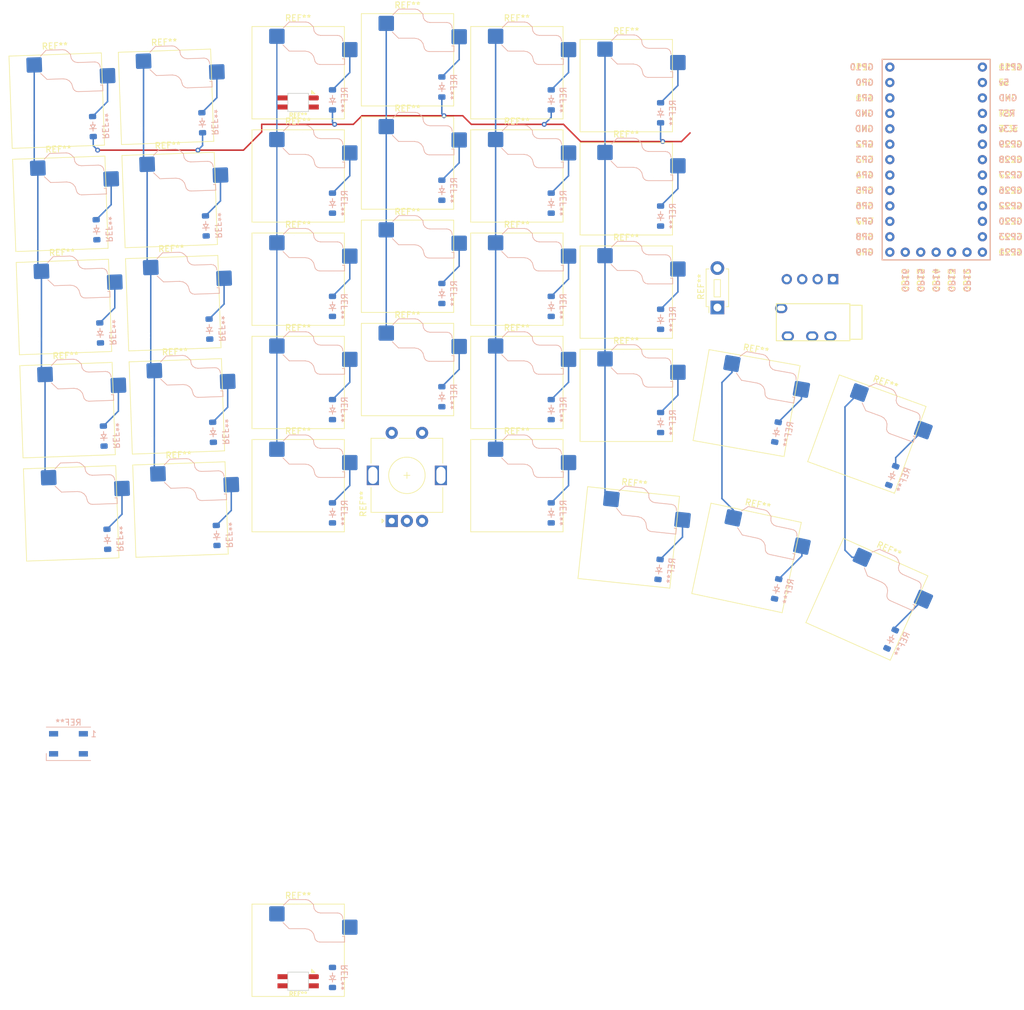
<source format=kicad_pcb>
(kicad_pcb (version 20240108) (generator "pcbnew") (generator_version "8.0")
  (title_block (title "zyno") (rev "v1.0.0") (company "Unknown"))
  (layers (0 "F.Cu" signal) (31 "B.Cu" signal) (34 "B.Paste" user) (35 "F.Paste" user) (36 "B.SilkS" user "B.Silkscreen") (37 "F.SilkS" user "F.Silkscreen") (38 "B.Mask" user) (39 "F.Mask" user) (44 "Edge.Cuts" user))
  (net 0 "")
  (footprint "ScottoKeebs_Hotswap:Hotswap_Choc_V1V2_1.00u" (layer "F.Cu") (at 59.384635 105.925547 2)
    (property "Reference" "REF**")
    (property "Value" "Choc_V1V2_1.00u")
  )
  (footprint "ScottoKeebs_Hotswap:Hotswap_Choc_V1V2_1.00u" (layer "F.Cu") (at 78.75 178.500002)
    (property "Reference" "REF**")
    (property "Value" "Choc_V1V2_1.00u")
  )
  (footprint "ScottoKeebs_Hotswap:Hotswap_Choc_V1V2_1.00u" (layer "F.Cu") (at 78.75 51.000004)
    (property "Reference" "REF**")
    (property "Value" "Choc_V1V2_1.00u")
  )
  (footprint "ScottoKeebs_Hotswap:Hotswap_Choc_V1V2_1.00u" (layer "F.Cu") (at 57.604761 54.956614 2)
    (property "Reference" "REF**")
    (property "Value" "Choc_V1V2_1.00u")
  )
  (footprint "ScottoKeebs_Hotswap:Hotswap_Choc_V1V2_1.00u" (layer "F.Cu") (at 78.75 85.000004)
    (property "Reference" "REF**")
    (property "Value" "Choc_V1V2_1.00u")
  )
  (footprint "ScottoKeebs_Hotswap:Hotswap_Choc_V1V2_1.00u" (layer "F.Cu") (at 114.75 85.000002)
    (property "Reference" "REF**")
    (property "Value" "Choc_V1V2_1.00u")
  )
  (footprint "ScottoKeebs_Components:Button_MJTP1243" (layer "F.Cu") (at 147.75 72.666681 90)
    (property "Reference" "REF**")
    (property "Value" "Button_MJTP1243")
  )
  (footprint "ScottoKeebs_Hotswap:Hotswap_Choc_V1V2_1.00u" (layer "F.Cu") (at 96.75 48.875002)
    (property "Reference" "REF**")
    (property "Value" "Choc_V1V2_1.00u")
  )
  (footprint "ScottoKeebs_Hotswap:Hotswap_Choc_V1V2_1.00u" (layer "F.Cu") (at 57.01147 37.966971 2)
    (property "Reference" "REF**")
    (property "Value" "Choc_V1V2_1.00u")
  )
  (footprint "ScottoKeebs_Components:TRRS_PJ-320A" (layer "F.Cu") (at 169.549998 75.083349 -90)
    (property "Reference" "REF**")
    (property "Value" "TRRS_PJ-320A")
  )
  (footprint "ScottoKeebs_Hotswap:Hotswap_Choc_V1V2_1.00u" (layer "F.Cu") (at 78.75 102.000004)
    (property "Reference" "REF**")
    (property "Value" "Choc_V1V2_1.00u")
  )
  (footprint "ScottoKeebs_Hotswap:Hotswap_Choc_V1V2_1.00u" (layer "F.Cu") (at 132.75 87.125002)
    (property "Reference" "REF**")
    (property "Value" "Choc_V1V2_1.00u")
  )
  (footprint "ScottoKeebs_Hotswap:Hotswap_Choc_V1V2_1.00u" (layer "F.Cu") (at 58.198053 71.94626 2)
    (property "Reference" "REF**")
    (property "Value" "Choc_V1V2_1.00u")
  )
  (footprint "ScottoKeebs_Hotswap:Hotswap_Choc_V1V2_1.00u" (layer "F.Cu") (at 172.35 93.500004 -20)
    (property "Reference" "REF**")
    (property "Value" "Choc_V1V2_1.00u")
  )
  (footprint "ScottoKeebs_Hotswap:Hotswap_Choc_V1V2_1.00u" (layer "F.Cu") (at 78.75 68.000004)
    (property "Reference" "REF**")
    (property "Value" "Choc_V1V2_1.00u")
  )
  (footprint "ScottoKeebs_Hotswap:Hotswap_Choc_V1V2_1.00u" (layer "F.Cu") (at 39.615726 55.584806 2)
    (property "Reference" "REF**")
    (property "Value" "Choc_V1V2_1.00u")
  )
  (footprint "ScottoKeebs_Hotswap:Hotswap_Choc_V1V2_1.00u" (layer "F.Cu") (at 78.75 34.000002)
    (property "Reference" "REF**")
    (property "Value" "Choc_V1V2_1.00u")
  )
  (footprint "ScottoKeebs_MCU:RP2040_Pro_Micro" (layer "F.Cu") (at 183.75 49.583343)
    (property "Reference" "U1" (hide yes))
    (property "Value" "RP2040_Pro_Micro" (hide yes))
  )
  (footprint "ScottoKeebs_Hotswap:Hotswap_Choc_V1V2_1.00u" (layer "F.Cu") (at 96.75 65.875002)
    (property "Reference" "REF**")
    (property "Value" "Choc_V1V2_1.00u")
  )
  (footprint "ScottoKeebs_Hotswap:Hotswap_Choc_V1V2_1.00u" (layer "F.Cu") (at 114.75 34.000002)
    (property "Reference" "REF**")
    (property "Value" "Choc_V1V2_1.00u")
  )
  (footprint "ScottoKeebs_Hotswap:Hotswap_Choc_V1V2_1.00u" (layer "F.Cu") (at 96.75 31.875002)
    (property "Reference" "REF**")
    (property "Value" "Choc_V1V2_1.00u")
  )
  (footprint "ScottoKeebs_Hotswap:Hotswap_Choc_V1V2_1.00u" (layer "F.Cu") (at 132.75 36.125002)
    (property "Reference" "REF**")
    (property "Value" "Choc_V1V2_1.00u")
  )
  (footprint "ScottoKeebs_Hotswap:Hotswap_Choc_V1V2_1.00u" (layer "F.Cu") (at 114.75 68.000002)
    (property "Reference" "REF**")
    (property "Value" "Choc_V1V2_1.00u")
  )
  (footprint "ScottoKeebs_Hotswap:Hotswap_Choc_V1V2_1.00u" (layer "F.Cu") (at 96.75 82.875002)
    (property "Reference" "REF**")
    (property "Value" "Choc_V1V2_1.00u")
  )
  (footprint "ScottoKeebs_Components:OLED_128x32" (layer "F.Cu") (at 156.989998 69.600018 90)
    (property "Reference" "REF**" (hide yes))
    (property "Value" "OLED_128x32")
  )
  (footprint "Rotary_Encoder:RotaryEncoder_Alps_EC11E-Switch_Vertical_H20mm" (layer "F.Cu") (at 94.150002 107.800004 90)
    (property "Reference" "REF**")
    (property "Value" "RotaryEncoder_Alps_EC11E-Switch_Vertical_H20mm")
  )
  (footprint "ScottoKeebs_Hotswap:Hotswap_Choc_V1V2_1.00u" (layer "F.Cu") (at 132.75 53.125002)
    (property "Reference" "REF**")
    (property "Value" "Choc_V1V2_1.00u")
  )
  (footprint "ScottoKeebs_Hotswap:Hotswap_Choc_V1V2_1.00u" (layer "F.Cu") (at 152.55 88.400004 -10)
    (property "Reference" "REF**")
    (property "Value" "Choc_V1V2_1.00u")
  )
  (footprint "ScottoKeebs_Hotswap:Hotswap_Choc_V1V2_1.00u" (layer "F.Cu") (at 40.209018 72.574449 2)
    (property "Reference" "REF**")
    (property "Value" "Choc_V1V2_1.00u")
  )
  (footprint "ScottoKeebs_Hotswap:Hotswap_Choc_V1V2_1.50u_90deg" (layer "F.Cu") (at 152.55 113.900004 -12)
    (property "Reference" "REF**")
    (property "Value" "Choc_V1V2_1.50u_90deg")
  )
  (footprint "ScottoKeebs_Hotswap:Hotswap_Choc_V1V2_1.00u" (layer "F.Cu") (at 41.395601 106.553738 2)
    (property "Reference" "REF**" (hide yes))
    (property "Value" "Choc_V1V2_1.00u")
  )
  (footprint "ScottoKeebs_Hotswap:Hotswap_Choc_V1V2_1.50u_90deg" (layer "F.Cu") (at 172.35 120.700004 -24)
    (property "Reference" "REF**")
    (property "Value" "Choc_V1V2_1.50u_90deg")
  )
  (footprint "ScottoKeebs_Hotswap:Hotswap_Choc_V1V2_1.00u" (layer "F.Cu") (at 58.791344 88.935903 2)
    (property "Reference" "REF**")
    (property "Value" "Choc_V1V2_1.00u")
  )
  (footprint "ScottoKeebs_Hotswap:Hotswap_Choc_V1V2_1.00u" (layer "F.Cu") (at 132.75 70.125002)
    (property "Reference" "REF**")
    (property "Value" "Choc_V1V2_1.00u")
  )
  (footprint "ScottoKeebs_Hotswap:Hotswap_Choc_V1V2_1.50u_90deg" (layer "F.Cu") (at 133.156 110.51994 -6)
    (property "Reference" "REF**")
    (property "Value" "Choc_V1V2_1.50u_90deg")
  )
  (footprint "ScottoKeebs_Hotswap:Hotswap_Choc_V1V2_1.00u" (layer "F.Cu") (at 40.802309 89.564094 2)
    (property "Reference" "REF**")
    (property "Value" "Choc_V1V2_1.00u")
  )
  (footprint "ScottoKeebs_Hotswap:Hotswap_Choc_V1V2_1.00u" (layer "F.Cu") (at 39.022434 38.595162 2)
    (property "Reference" "REF**")
    (property "Value" "Choc_V1V2_1.00u")
  )
  (footprint "ScottoKeebs_Hotswap:Hotswap_Choc_V1V2_1.00u" (layer "F.Cu") (at 114.75 51.000002)
    (property "Reference" "REF**")
    (property "Value" "Choc_V1V2_1.00u")
  )
  (footprint "ScottoKeebs_Hotswap:Hotswap_Choc_V1V2_1.00u" (layer "F.Cu") (at 114.75 102.000002)
    (property "Reference" "REF**")
    (property "Value" "Choc_V1V2_1.00u")
  )
  (footprint "ScottoKeebs_Components:LED_WS2812B" (layer "B.Cu") (at 40.95 144.500004 180)
    (property "Reference" "REF**")
    (property "Value" "LED_WS2812B")
  )
  (footprint "ScottoKeebs_Components:Diode_SOD-123" (layer "B.Cu") (at 65.335512 110.19288 92)
    (property "Reference" "REF**")
    (property "Value" "1N4148W")
  )
  (footprint "ScottoKeebs_Components:Diode_SOD-123" (layer "B.Cu") (at 157.474456 93.180684 80)
    (property "Reference" "REF**")
    (property "Value" "1N4148W")
  )
  (footprint "ScottoKeebs_Components:Diode_SOD-123" (layer "B.Cu") (at 84.4 38.475 90)
    (property "Reference" "REF**")
    (property "Value" "1N4148W")
  )
  (footprint "ScottoKeebs_Components:Diode_SOD-123" (layer "B.Cu") (at 138.400001 91.600007 90)
    (property "Reference" "REF**")
    (property "Value" "1N4148W")
  )
  (footprint "ScottoKeebs_Components:Diode_SOD-123" (layer "B.Cu") (at 176.344745 127.281277 66)
    (property "Reference" "REF**")
    (property "Value" "1N4148W")
  )
  (footprint "ScottoKeebs_Components:Diode_SOD-123" (layer "B.Cu") (at 84.400001 106.475007 90)
    (property "Reference" "REF**")
    (property "Value" "1N4148W")
  )
  (footprint "ScottoKeebs_Components:Diode_SOD-123" (layer "B.Cu") (at 44.97331 42.862488 92)
    (property "Reference" "REF**")
    (property "Value" "1N4148W")
  )
  (footprint "ScottoKeebs_Components:Diode_SOD-123" (layer "B.Cu") (at 102.400001 70.350007 90)
    (property "Reference" "REF**")
    (property "Value" "1N4148W")
  )
  (footprint "ScottoKeebs_Components:Diode_SOD-123" (layer "B.Cu") (at 64.742221 93.203236 92)
    (property "Reference" "REF**")
    (property "Value" "1N4148W")
  )
  (footprint "ScottoKeebs_Components:Diode_SOD-123" (layer "B.Cu") (at 157.5 119.000004 78)
    (property "Reference" "REF**")
    (property "Value" "1N4148W")
  )
  (footprint "ScottoKeebs_Components:Diode_SOD-123" (layer "B.Cu") (at 138.400001 40.600007 90)
    (property "Reference" "REF**")
    (property "Value" "1N4148W")
  )
  (footprint "ScottoKeebs_Components:Diode_SOD-123" (layer "B.Cu") (at 120.400001 89.475007 90)
    (property "Reference" "REF**")
    (property "Value" "1N4148W")
  )
  (footprint "ScottoKeebs_Components:Diode_SOD-123" (layer "B.Cu") (at 120.400001 55.475007 90)
    (property "Reference" "REF**")
    (property "Value" "1N4148W")
  )
  (footprint "ScottoKeebs_Components:Diode_SOD-123" (layer "B.Cu") (at 84.400001 72.475007 90)
    (property "Reference" "REF**")
    (property "Value" "1N4148W")
  )
  (footprint "ScottoKeebs_Components:Diode_SOD-123" (layer "B.Cu") (at 120.400001 106.475007 90)
    (property "Reference" "REF**")
    (property "Value" "1N4148W")
  )
  (footprint "ScottoKeebs_Components:Diode_SOD-123" (layer "B.Cu") (at 62.962345 42.234297 92)
    (property "Reference" "REF**")
    (property "Value" "1N4148W")
  )
  (footprint "ScottoKeebs_Components:LED_SK6812MINI" (layer "B.Cu") (at 78.75 183.600004 180)
    (property "Reference" "REF**")
    (property "Value" "LED_SK6812MINI" (hide yes))
    (fp_line (start 1.7 1.5) (end 1.7 -1.5) (stroke (width 0.12)) (layer "Edge.Cuts"))
    (fp_line (start 1.7 -1.5) (end -1.7 -1.5) (stroke (width 0.12)) (layer "Edge.Cuts"))
    (fp_line (start -1.7 1.5) (end 1.7 1.5) (stroke (width 0.12)) (layer "Edge.Cuts"))
    (fp_line (start -1.7 -1.5) (end -1.7 1.5) (stroke (width 0.12)) (layer "Edge.Cuts"))
  )
  (footprint "ScottoKeebs_Components:Diode_SOD-123" (layer "B.Cu") (at 102.400001 36.350007 90)
    (property "Reference" "REF**")
    (property "Value" "1N4148W")
  )
  (footprint "ScottoKeebs_Components:LED_SK6812MINI" (layer "B.Cu") (at 78.75 38.900004 180)
    (property "Reference" "REF**")
    (property "Value" "LED_SK6812MINI" (hide yes))
    (fp_line (start 1.7 1.5) (end 1.7 -1.5) (stroke (width 0.12)) (layer "Edge.Cuts"))
    (fp_line (start 1.7 -1.5) (end -1.7 -1.5) (stroke (width 0.12)) (layer "Edge.Cuts"))
    (fp_line (start -1.7 1.5) (end 1.7 1.5) (stroke (width 0.12)) (layer "Edge.Cuts"))
    (fp_line (start -1.7 -1.5) (end -1.7 1.5) (stroke (width 0.12)) (layer "Edge.Cuts"))
  )
  (footprint "ScottoKeebs_Components:Diode_SOD-123" (layer "B.Cu") (at 84.400001 55.475007 90)
    (property "Reference" "REF**")
    (property "Value" "1N4148W")
  )
  (footprint "ScottoKeebs_Components:Diode_SOD-123" (layer "B.Cu") (at 45.566603 59.852139 92)
    (property "Reference" "REF**")
    (property "Value" "1N4148W")
  )
  (footprint "ScottoKeebs_Components:Diode_SOD-123" (layer "B.Cu") (at 84.400001 89.475007 90)
    (property "Reference" "REF**")
    (property "Value" "1N4148W")
  )
  (footprint "ScottoKeebs_Components:Diode_SOD-123" (layer "B.Cu") (at 46.159894 76.841783 92)
    (property "Reference" "REF**")
    (property "Value" "1N4148W")
  )
  (footprint "ScottoKeebs_Components:Diode_SOD-123" (layer "B.Cu") (at 176.526898 100.351626 70)
    (property "Reference" "REF**")
    (property "Value" "1N4148W")
  )
  (footprint "ScottoKeebs_Components:Diode_SOD-123" (layer "B.Cu") (at 102.400001 87.350007 90)
    (property "Reference" "REF**")
    (property "Value" "1N4148W")
  )
  (footprint "ScottoKeebs_Components:Diode_SOD-123" (layer "B.Cu") (at 46.753186 93.831427 92)
    (property "Reference" "REF**")
    (property "Value" "1N4148W")
  )
  (footprint "ScottoKeebs_Components:Diode_SOD-123" (layer "B.Cu") (at 138.400001 57.600007 90)
    (property "Reference" "REF**")
    (property "Value" "1N4148W")
  )
  (footprint "ScottoKeebs_Components:Diode_SOD-123" (layer "B.Cu") (at 102.400001 53.350007 90)
    (property "Reference" "REF**")
    (property "Value" "1N4148W")
  )
  (footprint "ScottoKeebs_Components:Diode_SOD-123" (layer "B.Cu") (at 84.400001 182.975007 90)
    (property "Reference" "REF**")
    (property "Value" "1N4148W")
  )
  (footprint "ScottoKeebs_Components:Diode_SOD-123" (layer "B.Cu") (at 138.148059 115.790696 84)
    (property "Reference" "REF**")
    (property "Value" "1N4148W")
  )
  (footprint "ScottoKeebs_Components:Diode_SOD-123" (layer "B.Cu") (at 120.400001 38.475007 90)
    (property "Reference" "REF**")
    (property "Value" "1N4148W")
  )
  (footprint "ScottoKeebs_Components:Diode_SOD-123" (layer "B.Cu") (at 138.400001 74.600007 90)
    (property "Reference" "REF**")
    (property "Value" "1N4148W")
  )
  (footprint "ScottoKeebs_Components:Diode_SOD-123" (layer "B.Cu") (at 64.148929 76.213592 92)
    (property "Reference" "REF**")
    (property "Value" "1N4148W")
  )
  (footprint "ScottoKeebs_Components:Diode_SOD-123" (layer "B.Cu") (at 47.346477 110.821071 92)
    (property "Reference" "REF**")
    (property "Value" "1N4148W")
  )
  (footprint "ScottoKeebs_Components:Diode_SOD-123" (layer "B.Cu") (at 63.555638 59.223948 92)
    (property "Reference" "REF**")
    (property "Value" "1N4148W")
  )
  (footprint "ScottoKeebs_Components:Diode_SOD-123" (layer "B.Cu") (at 120.400001 72.475007 90)
    (property "Reference" "REF**")
    (property "Value" "1N4148W")
  )
  (segment (start 69.75 46.750009) (end 72.75 43.750009) (width 0.25) (layer "F.Cu") (net 0))
  (segment (start 141.833333 45.333342) (end 143.25 43.916675) (width 0.25) (layer "F.Cu") (net 0))
  (segment (start 87.833333 42.500008) (end 89.25 41.083341) (width 0.25) (layer "F.Cu") (net 0))
  (segment (start 105.833333 41.083341) (end 107.25 42.500008) (width 0.25) (layer "F.Cu") (net 0))
  (segment (start 89.25 41.083341) (end 102.75 41.083341) (width 0.25) (layer "F.Cu") (net 0))
  (segment (start 119.25 42.500008) (end 122.416666 42.500008) (width 0.25) (layer "F.Cu") (net 0))
  (segment (start 62.25 46.750009) (end 69.75 46.750009) (width 0.25) (layer "F.Cu") (net 0))
  (segment (start 72.75 43.750009) (end 72.75 42.500008) (width 0.25) (layer "F.Cu") (net 0))
  (segment (start 102.75 41.083341) (end 105.833333 41.083341) (width 0.25) (layer "F.Cu") (net 0))
  (segment (start 84.75 42.500008) (end 87.833333 42.500008) (width 0.25) (layer "F.Cu") (net 0))
  (segment (start 138.75 45.333342) (end 141.833333 45.333342) (width 0.25) (layer "F.Cu") (net 0))
  (segment (start 45.75 46.750009) (end 62.25 46.750009) (width 0.25) (layer "F.Cu") (net 0))
  (segment (start 72.75 42.500008) (end 84.75 42.500008) (width 0.25) (layer "F.Cu") (net 0))
  (segment (start 125.25 45.333342) (end 138.75 45.333342) (width 0.25) (layer "F.Cu") (net 0))
  (segment (start 122.416666 42.500008) (end 125.25 45.333342) (width 0.25) (layer "F.Cu") (net 0))
  (segment (start 107.25 42.500008) (end 119.25 42.500008) (width 0.25) (layer "F.Cu") (net 0))
  (via (at 102.75 41.083341) (size 0.8) (drill 0.4) (layers "F.Cu" "B.Cu") (net 0))
  (via (at 138.75 45.333342) (size 0.8) (drill 0.4) (layers "F.Cu" "B.Cu") (net 0))
  (via (at 45.75 46.750009) (size 0.8) (drill 0.4) (layers "F.Cu" "B.Cu") (net 0))
  (via (at 119.25 42.500008) (size 0.8) (drill 0.4) (layers "F.Cu" "B.Cu") (net 0))
  (via (at 62.25 46.750009) (size 0.8) (drill 0.4) (layers "F.Cu" "B.Cu") (net 0))
  (via (at 84.75 42.500008) (size 0.8) (drill 0.4) (layers "F.Cu" "B.Cu") (net 0))
  (segment (start 105.249998 48.85001) (end 102.400001 51.700007) (width 0.25) (layer "B.Cu") (net 0))
  (segment (start 63.019929 45.98008) (end 63.019929 43.883292) (width 0.25) (layer "B.Cu") (net 0))
  (segment (start 161.580727 87.736001) (end 157.760976 91.555752) (width 0.25) (layer "B.Cu") (net 0))
  (segment (start 141.249998 87.10001) (end 138.400001 89.950007) (width 0.25) (layer "B.Cu") (net 0))
  (segment (start 87.249998 33.975002) (end 84.4 36.825) (width 0.25) (layer "B.Cu") (net 0))
  (segment (start 123.249998 81.200003) (end 123.249998 84.97501) (width 0.25) (layer "B.Cu") (net 0))
  (segment (start 55.084081 99.458058) (end 55.677372 100.051349) (width 0.25) (layer "B.Cu") (net 0))
  (segment (start 49.164511 89.713523) (end 46.695602 92.182432) (width 0.25) (layer "B.Cu") (net 0))
  (segment (start 54.49079 66.072062) (end 54.49079 82.468414) (width 0.25) (layer "B.Cu") (net 0))
  (segment (start 105.249998 79.075003) (end 105.249998 82.85001) (width 0.25) (layer "B.Cu") (net 0))
  (segment (start 177.091231 97.382176) (end 177.091231 98.801134) (width 0.25) (layer "B.Cu") (net 0))
  (segment (start 105.249998 45.075003) (end 105.249998 48.85001) (width 0.25) (layer "B.Cu") (net 0))
  (segment (start 54.49079 82.468414) (end 55.084081 83.061705) (width 0.25) (layer "B.Cu") (net 0))
  (segment (start 87.249998 101.97501) (end 84.400001 104.825007) (width 0.25) (layer "B.Cu") (net 0))
  (segment (start 168.75 89.027976) (end 168.75 112.625004) (width 0.25) (layer "B.Cu") (net 0))
  (segment (start 123.249998 84.97501) (end 120.400001 87.825007) (width 0.25) (layer "B.Cu") (net 0))
  (segment (start 47.384636 38.744583) (end 44.915726 41.213493) (width 0.25) (layer "B.Cu") (net 0))
  (segment (start 142.006646 107.629248) (end 142.006646 110.46362) (width 0.25) (layer "B.Cu") (net 0))
  (segment (start 161.654321 113.574795) (end 157.843055 117.386061) (width 0.25) (layer "B.Cu") (net 0))
  (segment (start 148.5 104.125004) (end 150.373954 105.998958) (width 0.25) (layer "B.Cu") (net 0))
  (segment (start 36.501755 83.096605) (end 37.095046 83.689896) (width 0.25) (layer "B.Cu") (net 0))
  (segment (start 142.006646 110.46362) (end 138.320531 114.149735) (width 0.25) (layer "B.Cu") (net 0))
  (segment (start 67.153546 89.085332) (end 64.684637 91.554241) (width 0.25) (layer "B.Cu") (net 0))
  (segment (start 123.249998 101.97501) (end 120.400001 104.825007) (width 0.25) (layer "B.Cu") (net 0))
  (segment (start 181.660739 120.685793) (end 177.01586 125.330672) (width 0.25) (layer "B.Cu") (net 0))
  (segment (start 67.153546 84.841573) (end 67.153546 89.085332) (width 0.25) (layer "B.Cu") (net 0))
  (segment (start 45.030894 46.030903) (end 45.75 46.750009) (width 0.25) (layer "B.Cu") (net 0))
  (segment (start 102.400001 40.733342) (end 102.400001 38.000007) (width 0.25) (layer "B.Cu") (net 0))
  (segment (start 66.560255 72.095687) (end 64.091345 74.564597) (width 0.25) (layer "B.Cu") (net 0))
  (segment (start 150.145065 81.883387) (end 150.145065 83.354939) (width 0.25) (layer "B.Cu") (net 0))
  (segment (start 53.304206 32.092771) (end 53.304207 48.489125) (width 0.25) (layer "B.Cu") (net 0))
  (segment (start 65.373672 33.872641) (end 65.373672 38.116391) (width 0.25) (layer "B.Cu") (net 0))
  (segment (start 161.580727 86.133745) (end 161.580727 87.736001) (width 0.25) (layer "B.Cu") (net 0))
  (segment (start 65.966963 50.862284) (end 65.966963 55.106044) (width 0.25) (layer "B.Cu") (net 0))
  (segment (start 48.57122 72.723878) (end 46.10231 75.192788) (width 0.25) (layer "B.Cu") (net 0))
  (segment (start 84.4 42.150008) (end 84.4 40.125) (width 0.25) (layer "B.Cu") (net 0))
  (segment (start 141.249998 49.325003) (end 141.249998 53.10001) (width 0.25) (layer "B.Cu") (net 0))
  (segment (start 123.249998 33.97501) (end 120.400001 36.825007) (width 0.25) (layer "B.Cu") (net 0))
  (segment (start 105.249998 31.85001) (end 102.400001 34.700007) (width 0.25) (layer "B.Cu") (net 0))
  (segment (start 171.113201 113.315341) (end 171.593012 113.795152) (width 0.25) (layer "B.Cu") (net 0))
  (segment (start 55.084081 83.061705) (end 55.084081 99.458058) (width 0.25) (layer "B.Cu") (net 0))
  (segment (start 75.250002 45.000002) (end 75.250002 62.000002) (width 0.2) (layer "B.Cu") (net 0))
  (segment (start 87.249998 30.200002) (end 87.249998 33.975002) (width 0.25) (layer "B.Cu") (net 0))
  (segment (start 171.113201 86.664775) (end 168.75 89.027976) (width 0.25) (layer "B.Cu") (net 0))
  (segment (start 87.249998 47.200004) (end 87.249998 50.97501) (width 0.25) (layer "B.Cu") (net 0))
  (segment (start 67.746837 106.074976) (end 65.277928 108.543885) (width 0.25) (layer "B.Cu") (net 0))
  (segment (start 150.145065 107.074537) (end 150.373954 107.303426) (width 0.25) (layer "B.Cu") (net 0))
  (segment (start 119.25 42.500008) (end 120.400001 41.350007) (width 0.25) (layer "B.Cu") (net 0))
  (segment (start 65.373672 38.116391) (end 62.904761 40.585302) (width 0.25) (layer "B.Cu") (net 0))
  (segment (start 141.249998 32.325003) (end 141.249998 36.10001) (width 0.25) (layer "B.Cu") (net 0))
  (segment (start 36.501754 66.70025) (end 36.501755 83.096605) (width 0.25) (layer "B.Cu") (net 0))
  (segment (start 141.249998 36.10001) (end 138.400001 38.950007) (width 0.25) (layer "B.Cu") (net 0))
  (segment (start 120.400001 41.350007) (end 120.400001 40.125007) (width 0.25) (layer "B.Cu") (net 0))
  (segment (start 177.01586 125.330672) (end 177.01586 125.773927) (width 0.25) (layer "B.Cu") (net 0))
  (segment (start 105.249998 82.85001) (end 102.400001 85.700007) (width 0.25) (layer "B.Cu") (net 0))
  (segment (start 111.250002 79) (end 111.250002 96) (width 0.25) (layer "B.Cu") (net 0))
  (segment (start 35.908463 49.710606) (end 35.908462 66.106959) (width 0.25) (layer "B.Cu") (net 0))
  (segment (start 45.030894 44.511483) (end 45.030894 46.030903) (width 0.25) (layer "B.Cu") (net 0))
  (segment (start 105.249998 65.85001) (end 102.400001 68.700007) (width 0.25) (layer "B.Cu") (net 0))
  (segment (start 87.249998 84.97501) (end 84.400001 87.825007) (width 0.25) (layer "B.Cu") (net 0))
  (segment (start 67.746837 101.831217) (end 67.746837 106.074976) (width 0.25) (layer "B.Cu") (net 0))
  (segment (start 87.249998 64.200004) (end 87.249998 67.97501) (width 0.25) (layer "B.Cu") (net 0))
  (segment (start 75.250002 79.000002) (end 75.250002 96.000002) (width 0.2) (layer "B.Cu") (net 0))
  (segment (start 141.249998 83.325003) (end 141.249998 87.10001) (width 0.25) (layer "B.Cu") (net 0))
  (segment (start 47.977928 55.734235) (end 45.509019 58.203144) (width 0.25) (layer "B.Cu") (net 0))
  (segment (start 87.249998 67.97501) (end 84.400001 70.825007) (width 0.25) (layer "B.Cu") (net 0))
  (segment (start 35.315172 49.117316) (end 35.908463 49.710606) (width 0.25) (layer "B.Cu") (net 0))
  (segment (start 66.560255 67.85193) (end 66.560255 72.095687) (width 0.25) (layer "B.Cu") (net 0))
  (segment (start 168.75 112.625004) (end 169.920148 113.795152) (width 0.25) (layer "B.Cu") (net 0))
  (segment (start 138.400001 44.983343) (end 138.400001 42.250007) (width 0.25) (layer "B.Cu") (net 0))
  (segment (start 141.249998 70.10001) (end 138.400001 72.950007) (width 0.25) (layer "B.Cu") (net 0))
  (segment (start 87.249998 98.200004) (end 87.249998 101.97501) (width 0.25) (layer "B.Cu") (net 0))
  (segment (start 141.249998 53.10001) (end 138.400001 55.950007) (width 0.25) (layer "B.Cu") (net 0))
  (segment (start 129.250002 81.125) (end 129.250002 103.134616) (width 0.25) (layer "B.Cu") (net 0))
  (segment (start 129.250002 30.125) (end 129.250002 81.125) (width 0.25) (layer "B.Cu") (net 0))
  (segment (start 123.249998 67.97501) (end 120.400001 70.825007) (width 0.25) (layer "B.Cu") (net 0))
  (segment (start 105.249998 28.075003) (end 105.249998 31.85001) (width 0.25) (layer "B.Cu") (net 0))
  (segment (start 123.249998 30.200003) (end 123.249998 33.97501) (width 0.25) (layer "B.Cu") (net 0))
  (segment (start 150.145065 83.354939) (end 148.5 85.000004) (width 0.25) (layer "B.Cu") (net 0))
  (segment (start 93.250002 25.875) (end 93.250002 76.875) (width 0.25) (layer "B.Cu") (net 0))
  (segment (start 37.095046 100.086248) (end 37.688338 100.67954) (width 0.25) (layer "B.Cu") (net 0))
  (segment (start 169.920148 113.795152) (end 171.593012 113.795152) (width 0.25) (layer "B.Cu") (net 0))
  (segment (start 148.5 85.000004) (end 148.5 104.125004) (width 0.25) (layer "B.Cu") (net 0))
  (segment (start 111.250002 28) (end 111.250002 79) (width 0.25) (layer "B.Cu") (net 0))
  (segment (start 150.373954 105.998958) (end 150.373954 107.303426) (width 0.25) (layer "B.Cu") (net 0))
  (segment (start 53.304207 48.489125) (end 53.897498 49.082415) (width 0.25) (layer "B.Cu") (net 0))
  (segment (start 87.249998 81.200004) (end 87.249998 84.97501) (width 0.25) (layer "B.Cu") (net 0))
  (segment (start 65.966963 55.106044) (end 63.498054 57.574953) (width 0.25) (layer "B.Cu") (net 0))
  (segment (start 49.164511 85.469764) (end 49.164511 89.713523) (width 0.25) (layer "B.Cu") (net 0))
  (segment (start 47.384636 34.500832) (end 47.384636 38.744583) (width 0.25) (layer "B.Cu") (net 0))
  (segment (start 37.095046 83.689896) (end 37.095046 100.086248) (width 0.25) (layer "B.Cu") (net 0))
  (segment (start 75.250002 62.000002) (end 75.250002 79.000002) (width 0.2) (layer "B.Cu") (net 0))
  (segment (start 102.75 41.083341) (end 102.400001 40.733342) (width 0.25) (layer "B.Cu") (net 0))
  (segment (start 138.75 45.333342) (end 138.400001 44.983343) (width 0.25) (layer "B.Cu") (net 0))
  (segment (start 35.315171 32.720962) (end 35.315172 49.117316) (width 0.25) (layer "B.Cu") (net 0))
  (segment (start 48.57122 68.480119) (end 48.57122 72.723878) (width 0.25) (layer "B.Cu") (net 0))
  (segment (start 141.249998 66.325003) (end 141.249998 70.10001) (width 0.25) (layer "B.Cu") (net 0))
  (segment (start 35.908462 66.106959) (end 36.501754 66.70025) (width 0.25) (layer "B.Cu") (net 0))
  (segment (start 87.249998 50.97501) (end 84.400001 53.825007) (width 0.25) (layer "B.Cu") (net 0))
  (segment (start 53.897498 49.082415) (end 53.897498 65.47877) (width 0.25) (layer "B.Cu") (net 0))
  (segment (start 123.249998 47.200003) (end 123.249998 50.97501) (width 0.25) (layer "B.Cu") (net 0))
  (segment (start 181.637063 92.836344) (end 177.091231 97.382176) (width 0.25) (layer "B.Cu") (net 0))
  (segment (start 161.654321 111.950292) (end 161.654321 113.574795) (width 0.25) (layer "B.Cu") (net 0))
  (segment (start 129.250002 103.134616) (end 130.302344 104.186958) (width 0.25) (layer "B.Cu") (net 0))
  (segment (start 123.249998 98.200003) (end 123.249998 101.97501) (width 0.25) (layer "B.Cu") (net 0))
  (segment (start 84.75 42.500008) (end 84.4 42.150008) (width 0.25) (layer "B.Cu") (net 0))
  (segment (start 123.249998 64.200003) (end 123.249998 67.97501) (width 0.25) (layer "B.Cu") (net 0))
  (segment (start 62.25 46.750009) (end 63.019929 45.98008) (width 0.25) (layer "B.Cu") (net 0))
  (segment (start 105.249998 62.075003) (end 105.249998 65.85001) (width 0.25) (layer "B.Cu") (net 0))
  (segment (start 49.757803 102.459408) (end 49.757803 106.703166) (width 0.25) (layer "B.Cu") (net 0))
  (segment (start 53.897498 65.47877) (end 54.49079 66.072062) (width 0.25) (layer "B.Cu") (net 0))
  (segment (start 49.757803 106.703166) (end 47.288893 109.172076) (width 0.25) (layer "B.Cu") (net 0))
  (segment (start 47.977928 51.490476) (end 47.977928 55.734235) (width 0.25) (layer "B.Cu") (net 0))
  (segment (start 75.250002 28) (end 75.250002 45.000002) (width 0.2) (layer "B.Cu") (net 0))
  (segment (start 123.249998 50.97501) (end 120.400001 53.825007) (width 0.25) (layer "B.Cu") (net 0))
)
</source>
